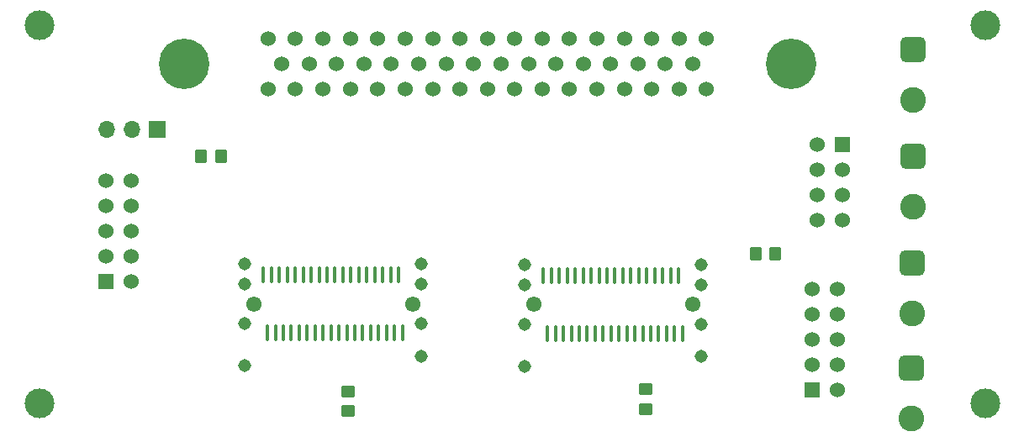
<source format=gbr>
%TF.GenerationSoftware,KiCad,Pcbnew,(6.0.4-0)*%
%TF.CreationDate,2023-07-13T10:21:47-07:00*%
%TF.ProjectId,CableAdapterBoard,4361626c-6541-4646-9170-746572426f61,rev?*%
%TF.SameCoordinates,Original*%
%TF.FileFunction,Soldermask,Top*%
%TF.FilePolarity,Negative*%
%FSLAX46Y46*%
G04 Gerber Fmt 4.6, Leading zero omitted, Abs format (unit mm)*
G04 Created by KiCad (PCBNEW (6.0.4-0)) date 2023-07-13 10:21:47*
%MOMM*%
%LPD*%
G01*
G04 APERTURE LIST*
G04 Aperture macros list*
%AMRoundRect*
0 Rectangle with rounded corners*
0 $1 Rounding radius*
0 $2 $3 $4 $5 $6 $7 $8 $9 X,Y pos of 4 corners*
0 Add a 4 corners polygon primitive as box body*
4,1,4,$2,$3,$4,$5,$6,$7,$8,$9,$2,$3,0*
0 Add four circle primitives for the rounded corners*
1,1,$1+$1,$2,$3*
1,1,$1+$1,$4,$5*
1,1,$1+$1,$6,$7*
1,1,$1+$1,$8,$9*
0 Add four rect primitives between the rounded corners*
20,1,$1+$1,$2,$3,$4,$5,0*
20,1,$1+$1,$4,$5,$6,$7,0*
20,1,$1+$1,$6,$7,$8,$9,0*
20,1,$1+$1,$8,$9,$2,$3,0*%
G04 Aperture macros list end*
%ADD10R,1.700000X1.700000*%
%ADD11O,1.700000X1.700000*%
%ADD12C,3.000000*%
%ADD13C,1.550000*%
%ADD14O,0.350000X1.800000*%
%ADD15C,1.308000*%
%ADD16R,1.530000X1.530000*%
%ADD17C,1.530000*%
%ADD18RoundRect,0.650000X-0.650000X0.650000X-0.650000X-0.650000X0.650000X-0.650000X0.650000X0.650000X0*%
%ADD19C,2.600000*%
%ADD20RoundRect,0.250000X0.350000X0.450000X-0.350000X0.450000X-0.350000X-0.450000X0.350000X-0.450000X0*%
%ADD21RoundRect,0.250000X-0.350000X-0.450000X0.350000X-0.450000X0.350000X0.450000X-0.350000X0.450000X0*%
%ADD22RoundRect,0.250000X-0.450000X0.350000X-0.450000X-0.350000X0.450000X-0.350000X0.450000X0.350000X0*%
%ADD23C,1.524000*%
%ADD24C,5.080000*%
G04 APERTURE END LIST*
D10*
%TO.C,JP1*%
X103610000Y-82200000D03*
D11*
X101070000Y-82200000D03*
X98530000Y-82200000D03*
%TD*%
D12*
%TO.C,REF\u002A\u002A1*%
X91750000Y-71660000D03*
%TD*%
D13*
%TO.C,J21*%
X157525000Y-99800000D03*
X141525000Y-99800000D03*
D14*
X156125000Y-96890000D03*
X155325000Y-96890000D03*
X154525000Y-96890000D03*
X153725000Y-96890000D03*
X152925000Y-96890000D03*
X152125000Y-96890000D03*
X151325000Y-96890000D03*
X150525000Y-96890000D03*
X149725000Y-96890000D03*
X148925000Y-96890000D03*
X148125000Y-96890000D03*
X147325000Y-96890000D03*
X146525000Y-96890000D03*
X145725000Y-96890000D03*
X144925000Y-96890000D03*
X144125000Y-96890000D03*
X143325000Y-96890000D03*
X142525000Y-96890000D03*
X156525000Y-102710000D03*
X155725000Y-102710000D03*
X154925000Y-102710000D03*
X154125000Y-102710000D03*
X153325000Y-102710000D03*
X152525000Y-102710000D03*
X151725000Y-102710000D03*
X150925000Y-102710000D03*
X150125000Y-102710000D03*
X149325000Y-102710000D03*
X148525000Y-102710000D03*
X147725000Y-102710000D03*
X146925000Y-102710000D03*
X146125000Y-102710000D03*
X145325000Y-102710000D03*
X144525000Y-102710000D03*
X143725000Y-102710000D03*
X142925000Y-102710000D03*
D15*
X158425000Y-105040000D03*
X158425000Y-101800000D03*
X158425000Y-97800000D03*
X158425000Y-95770000D03*
X140625000Y-95770000D03*
X140625000Y-97800000D03*
X140625000Y-101800000D03*
X140625000Y-106040000D03*
%TD*%
D16*
%TO.C,J2*%
X169595000Y-108422500D03*
D17*
X169595000Y-105882500D03*
X169595000Y-103342500D03*
X169595000Y-100802500D03*
X169595000Y-98262500D03*
X172135000Y-108422500D03*
X172135000Y-105882500D03*
X172135000Y-103342500D03*
X172135000Y-100802500D03*
X172135000Y-98262500D03*
%TD*%
D18*
%TO.C,TP4*%
X179600000Y-106220000D03*
D19*
X179600000Y-111300000D03*
%TD*%
D12*
%TO.C,REF\u002A\u002A2*%
X187000000Y-109760000D03*
%TD*%
D16*
%TO.C,J3*%
X98495000Y-97497500D03*
D17*
X98495000Y-94957500D03*
X98495000Y-92417500D03*
X98495000Y-89877500D03*
X98495000Y-87337500D03*
X101035000Y-97497500D03*
X101035000Y-94957500D03*
X101035000Y-92417500D03*
X101035000Y-89877500D03*
X101035000Y-87337500D03*
%TD*%
D20*
%TO.C,R3*%
X110030000Y-84890000D03*
X108030000Y-84890000D03*
%TD*%
D21*
%TO.C,R2*%
X163890000Y-94720000D03*
X165890000Y-94720000D03*
%TD*%
D18*
%TO.C,TP2*%
X179720000Y-84890000D03*
D19*
X179720000Y-89970000D03*
%TD*%
D22*
%TO.C,R4*%
X122840000Y-108550000D03*
X122840000Y-110550000D03*
%TD*%
D12*
%TO.C,REF\u002A\u002A*%
X187000000Y-71660000D03*
%TD*%
D18*
%TO.C,TP3*%
X179770000Y-74100000D03*
D19*
X179770000Y-79180000D03*
%TD*%
D13*
%TO.C,J31*%
X113325000Y-99750000D03*
X129325000Y-99750000D03*
D14*
X127925000Y-96840000D03*
X127125000Y-96840000D03*
X126325000Y-96840000D03*
X125525000Y-96840000D03*
X124725000Y-96840000D03*
X123925000Y-96840000D03*
X123125000Y-96840000D03*
X122325000Y-96840000D03*
X121525000Y-96840000D03*
X120725000Y-96840000D03*
X119925000Y-96840000D03*
X119125000Y-96840000D03*
X118325000Y-96840000D03*
X117525000Y-96840000D03*
X116725000Y-96840000D03*
X115925000Y-96840000D03*
X115125000Y-96840000D03*
X114325000Y-96840000D03*
X128325000Y-102660000D03*
X127525000Y-102660000D03*
X126725000Y-102660000D03*
X125925000Y-102660000D03*
X125125000Y-102660000D03*
X124325000Y-102660000D03*
X123525000Y-102660000D03*
X122725000Y-102660000D03*
X121925000Y-102660000D03*
X121125000Y-102660000D03*
X120325000Y-102660000D03*
X119525000Y-102660000D03*
X118725000Y-102660000D03*
X117925000Y-102660000D03*
X117125000Y-102660000D03*
X116325000Y-102660000D03*
X115525000Y-102660000D03*
X114725000Y-102660000D03*
D15*
X130225000Y-104990000D03*
X130225000Y-101750000D03*
X130225000Y-97750000D03*
X130225000Y-95720000D03*
X112425000Y-95720000D03*
X112425000Y-97750000D03*
X112425000Y-101750000D03*
X112425000Y-105990000D03*
%TD*%
D16*
%TO.C,J1*%
X172595000Y-83665000D03*
D17*
X172595000Y-86205000D03*
X172595000Y-88745000D03*
X172595000Y-91285000D03*
X170055000Y-83665000D03*
X170055000Y-86205000D03*
X170055000Y-88745000D03*
X170055000Y-91285000D03*
%TD*%
D23*
%TO.C,DSUB1*%
X158938600Y-78086500D03*
X156195400Y-78086500D03*
X153426800Y-78086500D03*
X150658200Y-78086500D03*
X147915000Y-78086500D03*
X145146400Y-78086500D03*
X142377800Y-78086500D03*
X139634600Y-78086500D03*
X136866000Y-78086500D03*
X134097400Y-78086500D03*
X131354200Y-78086500D03*
X128585600Y-78086500D03*
X125817000Y-78086500D03*
X123073800Y-78086500D03*
X120305200Y-78086500D03*
X117536600Y-78086500D03*
X114793400Y-78086500D03*
X157567000Y-75546500D03*
X154798400Y-75546500D03*
X152055200Y-75546500D03*
X149286600Y-75546500D03*
X146518000Y-75546500D03*
X143749400Y-75546500D03*
X141006200Y-75546500D03*
X138237600Y-75546500D03*
X135469000Y-75546500D03*
X132725800Y-75546500D03*
X129957200Y-75546500D03*
X127188600Y-75546500D03*
X124445400Y-75546500D03*
X121676800Y-75546500D03*
X118908200Y-75546500D03*
X116165000Y-75546500D03*
X158938600Y-73006500D03*
X156195400Y-73006500D03*
X153426800Y-73006500D03*
X150658200Y-73006500D03*
X147915000Y-73006500D03*
X145146400Y-73006500D03*
X142377800Y-73006500D03*
X139634600Y-73006500D03*
X136866000Y-73006500D03*
X134097400Y-73006500D03*
X131354200Y-73006500D03*
X128585600Y-73006500D03*
X125817000Y-73006500D03*
X123073800Y-73006500D03*
X120305200Y-73006500D03*
X117536600Y-73006500D03*
X114793400Y-73006500D03*
D24*
X106309800Y-75546500D03*
X167422200Y-75546500D03*
%TD*%
D18*
%TO.C,TP1*%
X179670000Y-95630000D03*
D19*
X179670000Y-100710000D03*
%TD*%
D22*
%TO.C,R1*%
X152840000Y-108360000D03*
X152840000Y-110360000D03*
%TD*%
D12*
%TO.C,REF\u002A\u002A3*%
X91750000Y-109760000D03*
%TD*%
M02*

</source>
